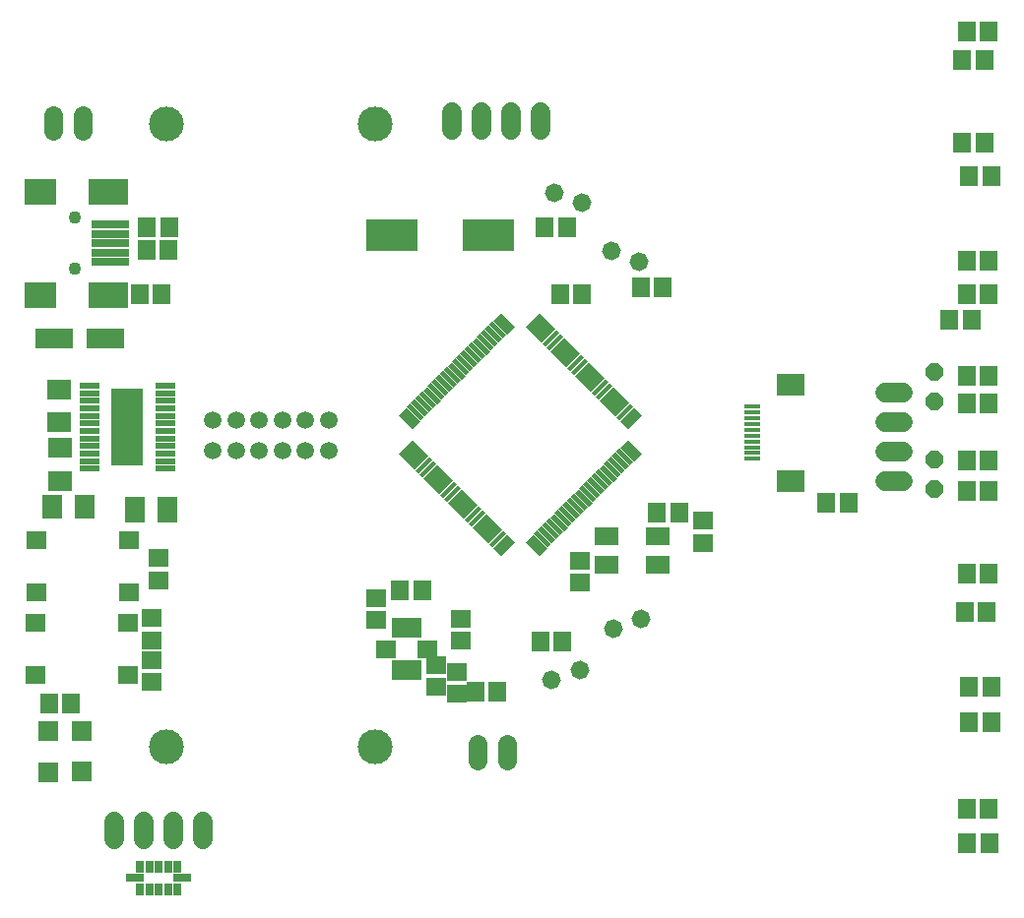
<source format=gbr>
G04 EAGLE Gerber RS-274X export*
G75*
%MOMM*%
%FSLAX34Y34*%
%LPD*%
%INSoldermask Top*%
%IPPOS*%
%AMOC8*
5,1,8,0,0,1.08239X$1,22.5*%
G01*
%ADD10R,1.803200X2.003200*%
%ADD11R,1.503200X1.803200*%
%ADD12R,1.803200X1.503200*%
%ADD13C,1.625600*%
%ADD14R,1.703200X1.703200*%
%ADD15R,1.503200X1.703200*%
%ADD16R,1.703200X1.503200*%
%ADD17R,1.753200X1.503200*%
%ADD18R,1.703200X0.503200*%
%ADD19R,2.743200X6.654800*%
%ADD20R,2.003200X1.803200*%
%ADD21R,1.803200X2.203200*%
%ADD22R,2.103200X1.603200*%
%ADD23R,3.203200X1.803200*%
%ADD24R,2.703200X2.203200*%
%ADD25R,3.503200X2.203200*%
%ADD26R,3.303200X0.703200*%
%ADD27C,1.103200*%
%ADD28C,1.511200*%
%ADD29C,3.003200*%
%ADD30C,1.727200*%
%ADD31P,1.649562X8X112.500000*%
%ADD32R,0.503200X1.803200*%
%ADD33R,1.803200X0.503200*%
%ADD34P,1.649562X8X42.500000*%
%ADD35P,1.649562X8X362.500000*%
%ADD36P,1.649562X8X182.500000*%
%ADD37P,1.649562X8X222.500000*%
%ADD38R,0.703200X1.103200*%
%ADD39R,1.603200X0.703200*%
%ADD40R,0.457200X1.676400*%
%ADD41R,1.400000X0.400000*%
%ADD42R,2.350000X1.900000*%
%ADD43R,4.503200X2.703200*%


D10*
X36472Y366156D03*
X64472Y366156D03*
D11*
X335728Y293984D03*
X354728Y293984D03*
D12*
X387964Y269808D03*
X387964Y250808D03*
X121976Y234588D03*
X121976Y215588D03*
D13*
X62936Y689324D02*
X62936Y703548D01*
X37536Y703548D02*
X37536Y689324D01*
D14*
X61520Y138296D03*
X61520Y173296D03*
X32804Y138040D03*
X32804Y173040D03*
D11*
X52892Y196944D03*
X33892Y196944D03*
D12*
X127832Y303080D03*
X127832Y322080D03*
D15*
X556444Y361560D03*
X575444Y361560D03*
D16*
X490396Y319900D03*
X490396Y300900D03*
X121864Y270568D03*
X121864Y251568D03*
D17*
X22298Y266264D03*
X101798Y266264D03*
X22298Y221264D03*
X101798Y221264D03*
X22722Y337808D03*
X102222Y337808D03*
X22722Y292808D03*
X102222Y292808D03*
D18*
X133772Y398986D03*
X133772Y405486D03*
X133772Y411986D03*
X133772Y418486D03*
X133772Y424986D03*
X133772Y431486D03*
X133772Y437986D03*
X133772Y444486D03*
X133772Y450986D03*
X133772Y457486D03*
X133772Y463986D03*
X133772Y470486D03*
X68772Y470486D03*
X68772Y463986D03*
X68772Y457486D03*
X68772Y450986D03*
X68772Y444486D03*
X68772Y437986D03*
X68772Y431486D03*
X68772Y424986D03*
X68772Y418486D03*
X68772Y411986D03*
X68772Y405486D03*
X68772Y398986D03*
D19*
X101272Y434736D03*
D20*
X42852Y439024D03*
X42852Y467024D03*
D21*
X107592Y363616D03*
X135592Y363616D03*
D20*
X43360Y388732D03*
X43360Y416732D03*
D22*
X557440Y340676D03*
X513440Y340676D03*
X513440Y316676D03*
X557440Y316676D03*
D23*
X38632Y510936D03*
X82632Y510936D03*
D11*
X419512Y206800D03*
X400512Y206800D03*
D24*
X26144Y548556D03*
X26144Y637556D03*
D25*
X85144Y548556D03*
X85144Y637556D03*
D26*
X86144Y609056D03*
X86144Y601056D03*
X86144Y593056D03*
X86144Y585056D03*
X86144Y577056D03*
D27*
X56144Y615056D03*
X56144Y571056D03*
D13*
X427348Y161864D02*
X427348Y147640D01*
X401948Y147640D02*
X401948Y161864D01*
D11*
X117964Y606608D03*
X136964Y606608D03*
X117456Y587304D03*
X136456Y587304D03*
X111856Y549104D03*
X130856Y549104D03*
D16*
X384704Y205172D03*
X384704Y224172D03*
X315320Y287588D03*
X315320Y268588D03*
D11*
X823460Y76480D03*
X842460Y76480D03*
X823028Y106400D03*
X842028Y106400D03*
X825060Y180560D03*
X844060Y180560D03*
X825060Y211040D03*
X844060Y211040D03*
X820996Y276064D03*
X839996Y276064D03*
X823028Y308576D03*
X842028Y308576D03*
X823028Y379696D03*
X842028Y379696D03*
X823028Y406112D03*
X842028Y406112D03*
X823028Y479264D03*
X842028Y479264D03*
X823028Y454880D03*
X842028Y454880D03*
X823028Y577824D03*
X842028Y577824D03*
X823028Y549376D03*
X842028Y549376D03*
X818964Y679424D03*
X837964Y679424D03*
X825060Y650976D03*
X844060Y650976D03*
X823028Y774928D03*
X842028Y774928D03*
X818964Y750544D03*
X837964Y750544D03*
D28*
X174480Y440408D03*
X194480Y440408D03*
X214480Y440408D03*
X234480Y440408D03*
X254480Y440408D03*
X274480Y440408D03*
D29*
X134480Y695408D03*
X314480Y695408D03*
D28*
X274480Y414440D03*
X254480Y414440D03*
X234480Y414440D03*
X214480Y414440D03*
X194480Y414440D03*
X174480Y414440D03*
D29*
X314480Y159440D03*
X134480Y159440D03*
D30*
X379852Y690428D02*
X379852Y705668D01*
X405252Y705668D02*
X405252Y690428D01*
X430652Y690428D02*
X430652Y705668D01*
X456052Y705668D02*
X456052Y690428D01*
D31*
X795152Y456692D03*
X795152Y482092D03*
D11*
X808004Y527304D03*
X827004Y527304D03*
D31*
X794888Y381508D03*
X794888Y406908D03*
D11*
X721076Y369824D03*
X702076Y369824D03*
D32*
X351376Y261840D03*
X346376Y261840D03*
X341376Y261840D03*
X336376Y261840D03*
X331376Y261840D03*
D33*
X323376Y248840D03*
X323376Y243840D03*
X323376Y238840D03*
D32*
X331376Y225840D03*
X336376Y225840D03*
X341376Y225840D03*
X346376Y225840D03*
X351376Y225840D03*
D33*
X359376Y238840D03*
X359376Y243840D03*
X359376Y248840D03*
D16*
X366776Y210972D03*
X366776Y229972D03*
D11*
X542508Y555272D03*
X561508Y555272D03*
X475388Y250192D03*
X456388Y250192D03*
D12*
X596160Y335292D03*
X596160Y354292D03*
D11*
X478940Y607088D03*
X459940Y607088D03*
D34*
X466066Y217256D03*
X489934Y225944D03*
D35*
X468098Y636344D03*
X491966Y627656D03*
D36*
X540894Y577496D03*
X517026Y586184D03*
D37*
X542926Y270008D03*
X519058Y261320D03*
D30*
X752988Y464820D02*
X768228Y464820D01*
X768228Y439420D02*
X752988Y439420D01*
X752988Y414020D02*
X768228Y414020D01*
X768228Y388620D02*
X752988Y388620D01*
D38*
X144016Y36736D03*
X136016Y36736D03*
X128016Y36736D03*
X120016Y36736D03*
X112016Y36736D03*
D39*
X107516Y46736D03*
D38*
X112016Y56736D03*
X120016Y56736D03*
X128016Y56736D03*
X136016Y56736D03*
X144016Y56736D03*
D39*
X148516Y46736D03*
D30*
X89916Y79756D02*
X89916Y94996D01*
X115316Y94996D02*
X115316Y79756D01*
X140716Y79756D02*
X140716Y94996D01*
X166116Y94996D02*
X166116Y79756D01*
D40*
G36*
X458668Y327455D02*
X455435Y324222D01*
X443582Y336075D01*
X446815Y339308D01*
X458668Y327455D01*
G37*
G36*
X462081Y330868D02*
X458848Y327635D01*
X446995Y339488D01*
X450228Y342721D01*
X462081Y330868D01*
G37*
G36*
X465673Y334460D02*
X462440Y331227D01*
X450587Y343080D01*
X453820Y346313D01*
X465673Y334460D01*
G37*
G36*
X469265Y338052D02*
X466032Y334819D01*
X454179Y346672D01*
X457412Y349905D01*
X469265Y338052D01*
G37*
G36*
X472857Y341644D02*
X469624Y338411D01*
X457771Y350264D01*
X461004Y353497D01*
X472857Y341644D01*
G37*
G36*
X476269Y345057D02*
X473036Y341824D01*
X461183Y353677D01*
X464416Y356910D01*
X476269Y345057D01*
G37*
G36*
X479862Y348649D02*
X476629Y345416D01*
X464776Y357269D01*
X468009Y360502D01*
X479862Y348649D01*
G37*
G36*
X483454Y352241D02*
X480221Y349008D01*
X468368Y360861D01*
X471601Y364094D01*
X483454Y352241D01*
G37*
G36*
X486866Y355653D02*
X483633Y352420D01*
X471780Y364273D01*
X475013Y367506D01*
X486866Y355653D01*
G37*
G36*
X490458Y359245D02*
X487225Y356012D01*
X475372Y367865D01*
X478605Y371098D01*
X490458Y359245D01*
G37*
G36*
X494050Y362837D02*
X490817Y359604D01*
X478964Y371457D01*
X482197Y374690D01*
X494050Y362837D01*
G37*
G36*
X497463Y366250D02*
X494230Y363017D01*
X482377Y374870D01*
X485610Y378103D01*
X497463Y366250D01*
G37*
G36*
X501055Y369842D02*
X497822Y366609D01*
X485969Y378462D01*
X489202Y381695D01*
X501055Y369842D01*
G37*
G36*
X504647Y373434D02*
X501414Y370201D01*
X489561Y382054D01*
X492794Y385287D01*
X504647Y373434D01*
G37*
G36*
X508060Y376847D02*
X504827Y373614D01*
X492974Y385467D01*
X496207Y388700D01*
X508060Y376847D01*
G37*
G36*
X511652Y380439D02*
X508419Y377206D01*
X496566Y389059D01*
X499799Y392292D01*
X511652Y380439D01*
G37*
G36*
X515244Y384031D02*
X512011Y380798D01*
X500158Y392651D01*
X503391Y395884D01*
X515244Y384031D01*
G37*
G36*
X518656Y387443D02*
X515423Y384210D01*
X503570Y396063D01*
X506803Y399296D01*
X518656Y387443D01*
G37*
G36*
X522248Y391035D02*
X519015Y387802D01*
X507162Y399655D01*
X510395Y402888D01*
X522248Y391035D01*
G37*
G36*
X525840Y394628D02*
X522607Y391395D01*
X510754Y403248D01*
X513987Y406481D01*
X525840Y394628D01*
G37*
G36*
X529253Y398040D02*
X526020Y394807D01*
X514167Y406660D01*
X517400Y409893D01*
X529253Y398040D01*
G37*
G36*
X532845Y401632D02*
X529612Y398399D01*
X517759Y410252D01*
X520992Y413485D01*
X532845Y401632D01*
G37*
G36*
X536437Y405224D02*
X533204Y401991D01*
X521351Y413844D01*
X524584Y417077D01*
X536437Y405224D01*
G37*
G36*
X540029Y408816D02*
X536796Y405583D01*
X524943Y417436D01*
X528176Y420669D01*
X540029Y408816D01*
G37*
G36*
X543442Y412229D02*
X540209Y408996D01*
X528356Y420849D01*
X531589Y424082D01*
X543442Y412229D01*
G37*
G36*
X531589Y433422D02*
X528356Y436655D01*
X540209Y448508D01*
X543442Y445275D01*
X531589Y433422D01*
G37*
G36*
X528176Y436835D02*
X524943Y440068D01*
X536796Y451921D01*
X540029Y448688D01*
X528176Y436835D01*
G37*
G36*
X524584Y440427D02*
X521351Y443660D01*
X533204Y455513D01*
X536437Y452280D01*
X524584Y440427D01*
G37*
G36*
X520992Y444019D02*
X517759Y447252D01*
X529612Y459105D01*
X532845Y455872D01*
X520992Y444019D01*
G37*
G36*
X517400Y447611D02*
X514167Y450844D01*
X526020Y462697D01*
X529253Y459464D01*
X517400Y447611D01*
G37*
G36*
X513987Y451023D02*
X510754Y454256D01*
X522607Y466109D01*
X525840Y462876D01*
X513987Y451023D01*
G37*
G36*
X510395Y454616D02*
X507162Y457849D01*
X519015Y469702D01*
X522248Y466469D01*
X510395Y454616D01*
G37*
G36*
X506803Y458208D02*
X503570Y461441D01*
X515423Y473294D01*
X518656Y470061D01*
X506803Y458208D01*
G37*
G36*
X503391Y461620D02*
X500158Y464853D01*
X512011Y476706D01*
X515244Y473473D01*
X503391Y461620D01*
G37*
G36*
X499799Y465212D02*
X496566Y468445D01*
X508419Y480298D01*
X511652Y477065D01*
X499799Y465212D01*
G37*
G36*
X496207Y468804D02*
X492974Y472037D01*
X504827Y483890D01*
X508060Y480657D01*
X496207Y468804D01*
G37*
G36*
X492794Y472217D02*
X489561Y475450D01*
X501414Y487303D01*
X504647Y484070D01*
X492794Y472217D01*
G37*
G36*
X489202Y475809D02*
X485969Y479042D01*
X497822Y490895D01*
X501055Y487662D01*
X489202Y475809D01*
G37*
G36*
X485610Y479401D02*
X482377Y482634D01*
X494230Y494487D01*
X497463Y491254D01*
X485610Y479401D01*
G37*
G36*
X482197Y482814D02*
X478964Y486047D01*
X490817Y497900D01*
X494050Y494667D01*
X482197Y482814D01*
G37*
G36*
X478605Y486406D02*
X475372Y489639D01*
X487225Y501492D01*
X490458Y498259D01*
X478605Y486406D01*
G37*
G36*
X475013Y489998D02*
X471780Y493231D01*
X483633Y505084D01*
X486866Y501851D01*
X475013Y489998D01*
G37*
G36*
X471601Y493410D02*
X468368Y496643D01*
X480221Y508496D01*
X483454Y505263D01*
X471601Y493410D01*
G37*
G36*
X468009Y497002D02*
X464776Y500235D01*
X476629Y512088D01*
X479862Y508855D01*
X468009Y497002D01*
G37*
G36*
X464416Y500594D02*
X461183Y503827D01*
X473036Y515680D01*
X476269Y512447D01*
X464416Y500594D01*
G37*
G36*
X461004Y504007D02*
X457771Y507240D01*
X469624Y519093D01*
X472857Y515860D01*
X461004Y504007D01*
G37*
G36*
X457412Y507599D02*
X454179Y510832D01*
X466032Y522685D01*
X469265Y519452D01*
X457412Y507599D01*
G37*
G36*
X453820Y511191D02*
X450587Y514424D01*
X462440Y526277D01*
X465673Y523044D01*
X453820Y511191D01*
G37*
G36*
X450228Y514783D02*
X446995Y518016D01*
X458848Y529869D01*
X462081Y526636D01*
X450228Y514783D01*
G37*
G36*
X446815Y518196D02*
X443582Y521429D01*
X455435Y533282D01*
X458668Y530049D01*
X446815Y518196D01*
G37*
G36*
X434242Y521429D02*
X431009Y518196D01*
X419156Y530049D01*
X422389Y533282D01*
X434242Y521429D01*
G37*
G36*
X430829Y518016D02*
X427596Y514783D01*
X415743Y526636D01*
X418976Y529869D01*
X430829Y518016D01*
G37*
G36*
X427237Y514424D02*
X424004Y511191D01*
X412151Y523044D01*
X415384Y526277D01*
X427237Y514424D01*
G37*
G36*
X423645Y510832D02*
X420412Y507599D01*
X408559Y519452D01*
X411792Y522685D01*
X423645Y510832D01*
G37*
G36*
X420053Y507240D02*
X416820Y504007D01*
X404967Y515860D01*
X408200Y519093D01*
X420053Y507240D01*
G37*
G36*
X416641Y503827D02*
X413408Y500594D01*
X401555Y512447D01*
X404788Y515680D01*
X416641Y503827D01*
G37*
G36*
X413048Y500235D02*
X409815Y497002D01*
X397962Y508855D01*
X401195Y512088D01*
X413048Y500235D01*
G37*
G36*
X409456Y496643D02*
X406223Y493410D01*
X394370Y505263D01*
X397603Y508496D01*
X409456Y496643D01*
G37*
G36*
X406044Y493231D02*
X402811Y489998D01*
X390958Y501851D01*
X394191Y505084D01*
X406044Y493231D01*
G37*
G36*
X402452Y489639D02*
X399219Y486406D01*
X387366Y498259D01*
X390599Y501492D01*
X402452Y489639D01*
G37*
G36*
X398860Y486047D02*
X395627Y482814D01*
X383774Y494667D01*
X387007Y497900D01*
X398860Y486047D01*
G37*
G36*
X395447Y482634D02*
X392214Y479401D01*
X380361Y491254D01*
X383594Y494487D01*
X395447Y482634D01*
G37*
G36*
X391855Y479042D02*
X388622Y475809D01*
X376769Y487662D01*
X380002Y490895D01*
X391855Y479042D01*
G37*
G36*
X388263Y475450D02*
X385030Y472217D01*
X373177Y484070D01*
X376410Y487303D01*
X388263Y475450D01*
G37*
G36*
X384850Y472037D02*
X381617Y468804D01*
X369764Y480657D01*
X372997Y483890D01*
X384850Y472037D01*
G37*
G36*
X381258Y468445D02*
X378025Y465212D01*
X366172Y477065D01*
X369405Y480298D01*
X381258Y468445D01*
G37*
G36*
X377666Y464853D02*
X374433Y461620D01*
X362580Y473473D01*
X365813Y476706D01*
X377666Y464853D01*
G37*
G36*
X374254Y461441D02*
X371021Y458208D01*
X359168Y470061D01*
X362401Y473294D01*
X374254Y461441D01*
G37*
G36*
X370662Y457849D02*
X367429Y454616D01*
X355576Y466469D01*
X358809Y469702D01*
X370662Y457849D01*
G37*
G36*
X367070Y454256D02*
X363837Y451023D01*
X351984Y462876D01*
X355217Y466109D01*
X367070Y454256D01*
G37*
G36*
X363657Y450844D02*
X360424Y447611D01*
X348571Y459464D01*
X351804Y462697D01*
X363657Y450844D01*
G37*
G36*
X360065Y447252D02*
X356832Y444019D01*
X344979Y455872D01*
X348212Y459105D01*
X360065Y447252D01*
G37*
G36*
X356473Y443660D02*
X353240Y440427D01*
X341387Y452280D01*
X344620Y455513D01*
X356473Y443660D01*
G37*
G36*
X352881Y440068D02*
X349648Y436835D01*
X337795Y448688D01*
X341028Y451921D01*
X352881Y440068D01*
G37*
G36*
X349468Y436655D02*
X346235Y433422D01*
X334382Y445275D01*
X337615Y448508D01*
X349468Y436655D01*
G37*
G36*
X337615Y408996D02*
X334382Y412229D01*
X346235Y424082D01*
X349468Y420849D01*
X337615Y408996D01*
G37*
G36*
X341028Y405583D02*
X337795Y408816D01*
X349648Y420669D01*
X352881Y417436D01*
X341028Y405583D01*
G37*
G36*
X344620Y401991D02*
X341387Y405224D01*
X353240Y417077D01*
X356473Y413844D01*
X344620Y401991D01*
G37*
G36*
X348212Y398399D02*
X344979Y401632D01*
X356832Y413485D01*
X360065Y410252D01*
X348212Y398399D01*
G37*
G36*
X351804Y394807D02*
X348571Y398040D01*
X360424Y409893D01*
X363657Y406660D01*
X351804Y394807D01*
G37*
G36*
X355217Y391395D02*
X351984Y394628D01*
X363837Y406481D01*
X367070Y403248D01*
X355217Y391395D01*
G37*
G36*
X358809Y387802D02*
X355576Y391035D01*
X367429Y402888D01*
X370662Y399655D01*
X358809Y387802D01*
G37*
G36*
X362401Y384210D02*
X359168Y387443D01*
X371021Y399296D01*
X374254Y396063D01*
X362401Y384210D01*
G37*
G36*
X365813Y380798D02*
X362580Y384031D01*
X374433Y395884D01*
X377666Y392651D01*
X365813Y380798D01*
G37*
G36*
X369405Y377206D02*
X366172Y380439D01*
X378025Y392292D01*
X381258Y389059D01*
X369405Y377206D01*
G37*
G36*
X372997Y373614D02*
X369764Y376847D01*
X381617Y388700D01*
X384850Y385467D01*
X372997Y373614D01*
G37*
G36*
X376410Y370201D02*
X373177Y373434D01*
X385030Y385287D01*
X388263Y382054D01*
X376410Y370201D01*
G37*
G36*
X380002Y366609D02*
X376769Y369842D01*
X388622Y381695D01*
X391855Y378462D01*
X380002Y366609D01*
G37*
G36*
X383594Y363017D02*
X380361Y366250D01*
X392214Y378103D01*
X395447Y374870D01*
X383594Y363017D01*
G37*
G36*
X387007Y359604D02*
X383774Y362837D01*
X395627Y374690D01*
X398860Y371457D01*
X387007Y359604D01*
G37*
G36*
X390599Y356012D02*
X387366Y359245D01*
X399219Y371098D01*
X402452Y367865D01*
X390599Y356012D01*
G37*
G36*
X394191Y352420D02*
X390958Y355653D01*
X402811Y367506D01*
X406044Y364273D01*
X394191Y352420D01*
G37*
G36*
X397603Y349008D02*
X394370Y352241D01*
X406223Y364094D01*
X409456Y360861D01*
X397603Y349008D01*
G37*
G36*
X401195Y345416D02*
X397962Y348649D01*
X409815Y360502D01*
X413048Y357269D01*
X401195Y345416D01*
G37*
G36*
X404788Y341824D02*
X401555Y345057D01*
X413408Y356910D01*
X416641Y353677D01*
X404788Y341824D01*
G37*
G36*
X408200Y338411D02*
X404967Y341644D01*
X416820Y353497D01*
X420053Y350264D01*
X408200Y338411D01*
G37*
G36*
X411792Y334819D02*
X408559Y338052D01*
X420412Y349905D01*
X423645Y346672D01*
X411792Y334819D01*
G37*
G36*
X415384Y331227D02*
X412151Y334460D01*
X424004Y346313D01*
X427237Y343080D01*
X415384Y331227D01*
G37*
G36*
X418976Y327635D02*
X415743Y330868D01*
X427596Y342721D01*
X430829Y339488D01*
X418976Y327635D01*
G37*
G36*
X422389Y324222D02*
X419156Y327455D01*
X431009Y339308D01*
X434242Y336075D01*
X422389Y324222D01*
G37*
D15*
X473220Y548808D03*
X492220Y548808D03*
D41*
X638836Y407500D03*
X638836Y412500D03*
X638836Y417500D03*
X638836Y422500D03*
X638836Y427500D03*
X638836Y432500D03*
X638836Y437500D03*
X638836Y442500D03*
X638836Y447500D03*
X638836Y452500D03*
D42*
X671336Y471500D03*
X671336Y388500D03*
D43*
X328500Y600000D03*
X411500Y600000D03*
M02*

</source>
